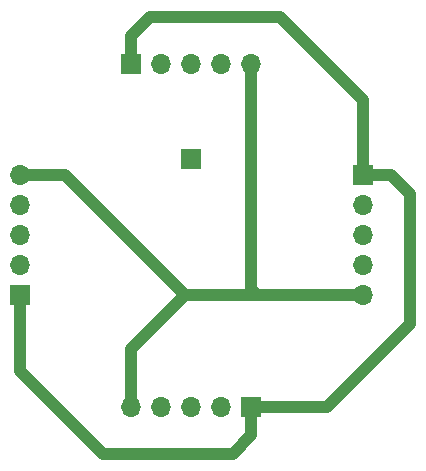
<source format=gbr>
%TF.GenerationSoftware,KiCad,Pcbnew,5.1.10-88a1d61d58~88~ubuntu20.04.1*%
%TF.CreationDate,2021-06-14T10:10:26+02:00*%
%TF.ProjectId,connected_tiles,636f6e6e-6563-4746-9564-5f74696c6573,rev?*%
%TF.SameCoordinates,Original*%
%TF.FileFunction,Copper,L2,Bot*%
%TF.FilePolarity,Positive*%
%FSLAX46Y46*%
G04 Gerber Fmt 4.6, Leading zero omitted, Abs format (unit mm)*
G04 Created by KiCad (PCBNEW 5.1.10-88a1d61d58~88~ubuntu20.04.1) date 2021-06-14 10:10:26*
%MOMM*%
%LPD*%
G01*
G04 APERTURE LIST*
%TA.AperFunction,ComponentPad*%
%ADD10O,1.700000X1.700000*%
%TD*%
%TA.AperFunction,ComponentPad*%
%ADD11R,1.700000X1.700000*%
%TD*%
%TA.AperFunction,Conductor*%
%ADD12C,1.000000*%
%TD*%
G04 APERTURE END LIST*
D10*
%TO.P,J1,5*%
%TO.N,/DOUT*%
X79500000Y-150080000D03*
%TO.P,J1,4*%
%TO.N,/GND*%
X79500000Y-147540000D03*
%TO.P,J1,3*%
%TO.N,/VCC*%
X79500000Y-145000000D03*
%TO.P,J1,2*%
%TO.N,/GND*%
X79500000Y-142460000D03*
D11*
%TO.P,J1,1*%
%TO.N,/DIN*%
X79500000Y-139920000D03*
%TD*%
%TO.P,J4,1*%
%TO.N,Net-(J4-Pad1)*%
X65000000Y-138500000D03*
%TD*%
D10*
%TO.P,J0,5*%
%TO.N,/DOUT*%
X59920000Y-159500000D03*
%TO.P,J0,4*%
%TO.N,/GND*%
X62460000Y-159500000D03*
%TO.P,J0,3*%
%TO.N,/VCC*%
X65000000Y-159500000D03*
%TO.P,J0,2*%
%TO.N,/GND*%
X67540000Y-159500000D03*
D11*
%TO.P,J0,1*%
%TO.N,/DIN*%
X70080000Y-159500000D03*
%TD*%
D10*
%TO.P,J2,5*%
%TO.N,/DOUT*%
X70080000Y-130500000D03*
%TO.P,J2,4*%
%TO.N,/GND*%
X67540000Y-130500000D03*
%TO.P,J2,3*%
%TO.N,/VCC*%
X65000000Y-130500000D03*
%TO.P,J2,2*%
%TO.N,/GND*%
X62460000Y-130500000D03*
D11*
%TO.P,J2,1*%
%TO.N,/DIN*%
X59920000Y-130500000D03*
%TD*%
D10*
%TO.P,J3,5*%
%TO.N,/DOUT*%
X50500000Y-139920000D03*
%TO.P,J3,4*%
%TO.N,/GND*%
X50500000Y-142460000D03*
%TO.P,J3,3*%
%TO.N,/VCC*%
X50500000Y-145000000D03*
%TO.P,J3,2*%
%TO.N,/GND*%
X50500000Y-147540000D03*
D11*
%TO.P,J3,1*%
%TO.N,/DIN*%
X50500000Y-150080000D03*
%TD*%
D12*
%TO.N,/DIN*%
X70080000Y-161920000D02*
X70080000Y-159500000D01*
X68500000Y-163500000D02*
X70080000Y-161920000D01*
X57500000Y-163500000D02*
X68500000Y-163500000D01*
X50500000Y-156500000D02*
X57500000Y-163500000D01*
X50500000Y-150080000D02*
X50500000Y-156500000D01*
X70080000Y-159500000D02*
X76500000Y-159500000D01*
X76500000Y-159500000D02*
X83500000Y-152500000D01*
X83500000Y-152500000D02*
X83500000Y-141500000D01*
X81920000Y-139920000D02*
X79500000Y-139920000D01*
X83500000Y-141500000D02*
X81920000Y-139920000D01*
X79500000Y-139920000D02*
X79500000Y-133500000D01*
X79500000Y-133500000D02*
X72500000Y-126500000D01*
X72500000Y-126500000D02*
X61500000Y-126500000D01*
X59920000Y-128080000D02*
X59920000Y-130500000D01*
X61500000Y-126500000D02*
X59920000Y-128080000D01*
%TO.N,/DOUT*%
X59920000Y-154580000D02*
X64420000Y-150080000D01*
X77080000Y-150080000D02*
X79500000Y-150080000D01*
X59920000Y-159500000D02*
X59920000Y-154580000D01*
X70080000Y-149580000D02*
X70580000Y-150080000D01*
X70080000Y-130500000D02*
X70080000Y-149580000D01*
X70580000Y-150080000D02*
X77080000Y-150080000D01*
X64420000Y-150080000D02*
X70580000Y-150080000D01*
X54260000Y-139920000D02*
X64420000Y-150080000D01*
X50500000Y-139920000D02*
X54260000Y-139920000D01*
%TD*%
M02*

</source>
